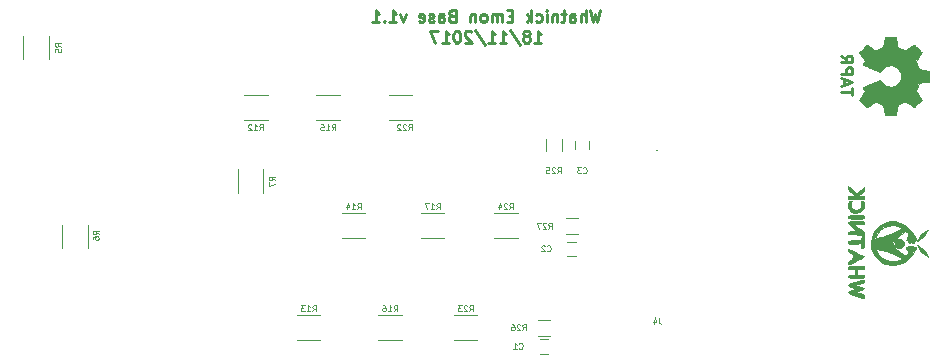
<source format=gbo>
G04 #@! TF.GenerationSoftware,KiCad,Pcbnew,(2017-09-19 revision dddaa7e69)-makepkg*
G04 #@! TF.CreationDate,2017-11-22T18:58:21+10:30*
G04 #@! TF.ProjectId,din_power_atm90e26,64696E5F706F7765725F61746D393065,rev?*
G04 #@! TF.SameCoordinates,Original*
G04 #@! TF.FileFunction,Legend,Bot*
G04 #@! TF.FilePolarity,Positive*
%FSLAX46Y46*%
G04 Gerber Fmt 4.6, Leading zero omitted, Abs format (unit mm)*
G04 Created by KiCad (PCBNEW (2017-09-19 revision dddaa7e69)-makepkg) date 11/22/17 18:58:21*
%MOMM*%
%LPD*%
G01*
G04 APERTURE LIST*
%ADD10C,0.250000*%
%ADD11C,0.010000*%
%ADD12C,0.120000*%
%ADD13C,0.127000*%
G04 APERTURE END LIST*
D10*
X184697619Y-56070285D02*
X184697619Y-55498857D01*
X183697619Y-55784571D02*
X184697619Y-55784571D01*
X183983333Y-55213142D02*
X183983333Y-54736952D01*
X183697619Y-55308380D02*
X184697619Y-54975047D01*
X183697619Y-54641714D01*
X183697619Y-54308380D02*
X184697619Y-54308380D01*
X184697619Y-53927428D01*
X184650000Y-53832190D01*
X184602380Y-53784571D01*
X184507142Y-53736952D01*
X184364285Y-53736952D01*
X184269047Y-53784571D01*
X184221428Y-53832190D01*
X184173809Y-53927428D01*
X184173809Y-54308380D01*
X183697619Y-52736952D02*
X184173809Y-53070285D01*
X183697619Y-53308380D02*
X184697619Y-53308380D01*
X184697619Y-52927428D01*
X184650000Y-52832190D01*
X184602380Y-52784571D01*
X184507142Y-52736952D01*
X184364285Y-52736952D01*
X184269047Y-52784571D01*
X184221428Y-52832190D01*
X184173809Y-52927428D01*
X184173809Y-53308380D01*
X163336666Y-48894780D02*
X163098571Y-49894780D01*
X162908095Y-49180495D01*
X162717619Y-49894780D01*
X162479523Y-48894780D01*
X162098571Y-49894780D02*
X162098571Y-48894780D01*
X161670000Y-49894780D02*
X161670000Y-49370971D01*
X161717619Y-49275733D01*
X161812857Y-49228114D01*
X161955714Y-49228114D01*
X162050952Y-49275733D01*
X162098571Y-49323352D01*
X160765238Y-49894780D02*
X160765238Y-49370971D01*
X160812857Y-49275733D01*
X160908095Y-49228114D01*
X161098571Y-49228114D01*
X161193809Y-49275733D01*
X160765238Y-49847161D02*
X160860476Y-49894780D01*
X161098571Y-49894780D01*
X161193809Y-49847161D01*
X161241428Y-49751923D01*
X161241428Y-49656685D01*
X161193809Y-49561447D01*
X161098571Y-49513828D01*
X160860476Y-49513828D01*
X160765238Y-49466209D01*
X160431904Y-49228114D02*
X160050952Y-49228114D01*
X160289047Y-48894780D02*
X160289047Y-49751923D01*
X160241428Y-49847161D01*
X160146190Y-49894780D01*
X160050952Y-49894780D01*
X159717619Y-49228114D02*
X159717619Y-49894780D01*
X159717619Y-49323352D02*
X159670000Y-49275733D01*
X159574761Y-49228114D01*
X159431904Y-49228114D01*
X159336666Y-49275733D01*
X159289047Y-49370971D01*
X159289047Y-49894780D01*
X158812857Y-49894780D02*
X158812857Y-49228114D01*
X158812857Y-48894780D02*
X158860476Y-48942400D01*
X158812857Y-48990019D01*
X158765238Y-48942400D01*
X158812857Y-48894780D01*
X158812857Y-48990019D01*
X157908095Y-49847161D02*
X158003333Y-49894780D01*
X158193809Y-49894780D01*
X158289047Y-49847161D01*
X158336666Y-49799542D01*
X158384285Y-49704304D01*
X158384285Y-49418590D01*
X158336666Y-49323352D01*
X158289047Y-49275733D01*
X158193809Y-49228114D01*
X158003333Y-49228114D01*
X157908095Y-49275733D01*
X157479523Y-49894780D02*
X157479523Y-48894780D01*
X157384285Y-49513828D02*
X157098571Y-49894780D01*
X157098571Y-49228114D02*
X157479523Y-49609066D01*
X155908095Y-49370971D02*
X155574761Y-49370971D01*
X155431904Y-49894780D02*
X155908095Y-49894780D01*
X155908095Y-48894780D01*
X155431904Y-48894780D01*
X155003333Y-49894780D02*
X155003333Y-49228114D01*
X155003333Y-49323352D02*
X154955714Y-49275733D01*
X154860476Y-49228114D01*
X154717619Y-49228114D01*
X154622380Y-49275733D01*
X154574761Y-49370971D01*
X154574761Y-49894780D01*
X154574761Y-49370971D02*
X154527142Y-49275733D01*
X154431904Y-49228114D01*
X154289047Y-49228114D01*
X154193809Y-49275733D01*
X154146190Y-49370971D01*
X154146190Y-49894780D01*
X153527142Y-49894780D02*
X153622380Y-49847161D01*
X153670000Y-49799542D01*
X153717619Y-49704304D01*
X153717619Y-49418590D01*
X153670000Y-49323352D01*
X153622380Y-49275733D01*
X153527142Y-49228114D01*
X153384285Y-49228114D01*
X153289047Y-49275733D01*
X153241428Y-49323352D01*
X153193809Y-49418590D01*
X153193809Y-49704304D01*
X153241428Y-49799542D01*
X153289047Y-49847161D01*
X153384285Y-49894780D01*
X153527142Y-49894780D01*
X152765238Y-49228114D02*
X152765238Y-49894780D01*
X152765238Y-49323352D02*
X152717619Y-49275733D01*
X152622380Y-49228114D01*
X152479523Y-49228114D01*
X152384285Y-49275733D01*
X152336666Y-49370971D01*
X152336666Y-49894780D01*
X150765238Y-49370971D02*
X150622380Y-49418590D01*
X150574761Y-49466209D01*
X150527142Y-49561447D01*
X150527142Y-49704304D01*
X150574761Y-49799542D01*
X150622380Y-49847161D01*
X150717619Y-49894780D01*
X151098571Y-49894780D01*
X151098571Y-48894780D01*
X150765238Y-48894780D01*
X150670000Y-48942400D01*
X150622380Y-48990019D01*
X150574761Y-49085257D01*
X150574761Y-49180495D01*
X150622380Y-49275733D01*
X150670000Y-49323352D01*
X150765238Y-49370971D01*
X151098571Y-49370971D01*
X149670000Y-49894780D02*
X149670000Y-49370971D01*
X149717619Y-49275733D01*
X149812857Y-49228114D01*
X150003333Y-49228114D01*
X150098571Y-49275733D01*
X149670000Y-49847161D02*
X149765238Y-49894780D01*
X150003333Y-49894780D01*
X150098571Y-49847161D01*
X150146190Y-49751923D01*
X150146190Y-49656685D01*
X150098571Y-49561447D01*
X150003333Y-49513828D01*
X149765238Y-49513828D01*
X149670000Y-49466209D01*
X149241428Y-49847161D02*
X149146190Y-49894780D01*
X148955714Y-49894780D01*
X148860476Y-49847161D01*
X148812857Y-49751923D01*
X148812857Y-49704304D01*
X148860476Y-49609066D01*
X148955714Y-49561447D01*
X149098571Y-49561447D01*
X149193809Y-49513828D01*
X149241428Y-49418590D01*
X149241428Y-49370971D01*
X149193809Y-49275733D01*
X149098571Y-49228114D01*
X148955714Y-49228114D01*
X148860476Y-49275733D01*
X148003333Y-49847161D02*
X148098571Y-49894780D01*
X148289047Y-49894780D01*
X148384285Y-49847161D01*
X148431904Y-49751923D01*
X148431904Y-49370971D01*
X148384285Y-49275733D01*
X148289047Y-49228114D01*
X148098571Y-49228114D01*
X148003333Y-49275733D01*
X147955714Y-49370971D01*
X147955714Y-49466209D01*
X148431904Y-49561447D01*
X146860476Y-49228114D02*
X146622380Y-49894780D01*
X146384285Y-49228114D01*
X145479523Y-49894780D02*
X146050952Y-49894780D01*
X145765238Y-49894780D02*
X145765238Y-48894780D01*
X145860476Y-49037638D01*
X145955714Y-49132876D01*
X146050952Y-49180495D01*
X145050952Y-49799542D02*
X145003333Y-49847161D01*
X145050952Y-49894780D01*
X145098571Y-49847161D01*
X145050952Y-49799542D01*
X145050952Y-49894780D01*
X144050952Y-49894780D02*
X144622380Y-49894780D01*
X144336666Y-49894780D02*
X144336666Y-48894780D01*
X144431904Y-49037638D01*
X144527142Y-49132876D01*
X144622380Y-49180495D01*
X157765238Y-51644780D02*
X158336666Y-51644780D01*
X158050952Y-51644780D02*
X158050952Y-50644780D01*
X158146190Y-50787638D01*
X158241428Y-50882876D01*
X158336666Y-50930495D01*
X157193809Y-51073352D02*
X157289047Y-51025733D01*
X157336666Y-50978114D01*
X157384285Y-50882876D01*
X157384285Y-50835257D01*
X157336666Y-50740019D01*
X157289047Y-50692400D01*
X157193809Y-50644780D01*
X157003333Y-50644780D01*
X156908095Y-50692400D01*
X156860476Y-50740019D01*
X156812857Y-50835257D01*
X156812857Y-50882876D01*
X156860476Y-50978114D01*
X156908095Y-51025733D01*
X157003333Y-51073352D01*
X157193809Y-51073352D01*
X157289047Y-51120971D01*
X157336666Y-51168590D01*
X157384285Y-51263828D01*
X157384285Y-51454304D01*
X157336666Y-51549542D01*
X157289047Y-51597161D01*
X157193809Y-51644780D01*
X157003333Y-51644780D01*
X156908095Y-51597161D01*
X156860476Y-51549542D01*
X156812857Y-51454304D01*
X156812857Y-51263828D01*
X156860476Y-51168590D01*
X156908095Y-51120971D01*
X157003333Y-51073352D01*
X155670000Y-50597161D02*
X156527142Y-51882876D01*
X154812857Y-51644780D02*
X155384285Y-51644780D01*
X155098571Y-51644780D02*
X155098571Y-50644780D01*
X155193809Y-50787638D01*
X155289047Y-50882876D01*
X155384285Y-50930495D01*
X153860476Y-51644780D02*
X154431904Y-51644780D01*
X154146190Y-51644780D02*
X154146190Y-50644780D01*
X154241428Y-50787638D01*
X154336666Y-50882876D01*
X154431904Y-50930495D01*
X152717619Y-50597161D02*
X153574761Y-51882876D01*
X152431904Y-50740019D02*
X152384285Y-50692400D01*
X152289047Y-50644780D01*
X152050952Y-50644780D01*
X151955714Y-50692400D01*
X151908095Y-50740019D01*
X151860476Y-50835257D01*
X151860476Y-50930495D01*
X151908095Y-51073352D01*
X152479523Y-51644780D01*
X151860476Y-51644780D01*
X151241428Y-50644780D02*
X151146190Y-50644780D01*
X151050952Y-50692400D01*
X151003333Y-50740019D01*
X150955714Y-50835257D01*
X150908095Y-51025733D01*
X150908095Y-51263828D01*
X150955714Y-51454304D01*
X151003333Y-51549542D01*
X151050952Y-51597161D01*
X151146190Y-51644780D01*
X151241428Y-51644780D01*
X151336666Y-51597161D01*
X151384285Y-51549542D01*
X151431904Y-51454304D01*
X151479523Y-51263828D01*
X151479523Y-51025733D01*
X151431904Y-50835257D01*
X151384285Y-50740019D01*
X151336666Y-50692400D01*
X151241428Y-50644780D01*
X149955714Y-51644780D02*
X150527142Y-51644780D01*
X150241428Y-51644780D02*
X150241428Y-50644780D01*
X150336666Y-50787638D01*
X150431904Y-50882876D01*
X150527142Y-50930495D01*
X149622380Y-50644780D02*
X148955714Y-50644780D01*
X149384285Y-51644780D01*
D11*
G36*
X190745069Y-53927186D02*
X190300445Y-53843365D01*
X190172947Y-53534080D01*
X190045449Y-53224794D01*
X190297754Y-52853754D01*
X190368004Y-52749843D01*
X190430728Y-52655913D01*
X190483062Y-52576348D01*
X190522143Y-52515530D01*
X190545107Y-52477843D01*
X190550058Y-52467579D01*
X190537324Y-52449090D01*
X190502118Y-52409580D01*
X190448938Y-52353478D01*
X190382282Y-52285213D01*
X190306646Y-52209214D01*
X190226528Y-52129908D01*
X190146426Y-52051725D01*
X190070836Y-51979093D01*
X190004255Y-51916441D01*
X189951182Y-51868197D01*
X189916113Y-51838790D01*
X189904377Y-51831759D01*
X189882740Y-51841877D01*
X189835338Y-51870241D01*
X189766807Y-51913871D01*
X189681785Y-51969782D01*
X189584907Y-52034994D01*
X189529650Y-52072781D01*
X189428752Y-52141657D01*
X189337701Y-52202860D01*
X189261030Y-52253422D01*
X189203272Y-52290372D01*
X189168957Y-52310742D01*
X189161746Y-52313803D01*
X189141252Y-52306864D01*
X189093487Y-52287949D01*
X189025168Y-52259913D01*
X188943011Y-52225609D01*
X188853730Y-52187891D01*
X188764042Y-52149613D01*
X188680662Y-52113630D01*
X188610306Y-52082794D01*
X188559690Y-52059961D01*
X188535529Y-52047983D01*
X188534578Y-52047276D01*
X188529964Y-52028469D01*
X188519672Y-51978382D01*
X188504713Y-51902207D01*
X188486099Y-51805135D01*
X188464841Y-51692357D01*
X188452582Y-51626558D01*
X188429638Y-51506050D01*
X188407805Y-51397203D01*
X188388278Y-51305524D01*
X188372252Y-51236519D01*
X188360921Y-51195696D01*
X188357326Y-51187489D01*
X188332994Y-51179452D01*
X188278041Y-51172967D01*
X188198892Y-51168030D01*
X188101974Y-51164636D01*
X187993713Y-51162782D01*
X187880535Y-51162462D01*
X187768865Y-51163673D01*
X187665132Y-51166410D01*
X187575759Y-51170669D01*
X187507174Y-51176445D01*
X187465803Y-51183733D01*
X187457190Y-51188105D01*
X187446867Y-51214236D01*
X187432108Y-51269607D01*
X187414648Y-51346893D01*
X187396220Y-51438770D01*
X187390259Y-51470842D01*
X187361934Y-51625476D01*
X187339124Y-51747625D01*
X187320920Y-51841327D01*
X187306417Y-51910616D01*
X187294708Y-51959529D01*
X187284885Y-51992103D01*
X187276044Y-52012372D01*
X187267276Y-52024374D01*
X187265543Y-52026053D01*
X187237629Y-52042816D01*
X187183305Y-52068386D01*
X187109223Y-52100212D01*
X187022035Y-52135740D01*
X186928392Y-52172417D01*
X186834948Y-52207689D01*
X186748353Y-52239004D01*
X186675260Y-52263807D01*
X186622322Y-52279546D01*
X186596189Y-52283668D01*
X186595274Y-52283324D01*
X186573914Y-52269359D01*
X186526916Y-52237678D01*
X186459173Y-52191609D01*
X186375577Y-52134482D01*
X186281018Y-52069627D01*
X186254146Y-52051157D01*
X186156725Y-51985301D01*
X186067837Y-51927350D01*
X185992588Y-51880462D01*
X185936080Y-51847793D01*
X185903419Y-51832500D01*
X185899407Y-51831759D01*
X185878316Y-51844608D01*
X185836536Y-51880112D01*
X185778555Y-51933707D01*
X185708865Y-52000829D01*
X185631955Y-52076913D01*
X185552317Y-52157396D01*
X185474439Y-52237713D01*
X185402814Y-52313301D01*
X185341930Y-52379595D01*
X185296279Y-52432031D01*
X185270350Y-52466045D01*
X185266117Y-52475455D01*
X185276088Y-52497357D01*
X185302980Y-52542200D01*
X185342264Y-52602679D01*
X185373883Y-52649211D01*
X185431902Y-52733525D01*
X185500216Y-52833374D01*
X185568421Y-52933527D01*
X185604925Y-52987373D01*
X185728200Y-53169629D01*
X185645480Y-53322619D01*
X185609241Y-53392318D01*
X185581074Y-53451586D01*
X185565009Y-53491689D01*
X185562774Y-53501897D01*
X185579278Y-53514171D01*
X185625918Y-53538387D01*
X185698391Y-53572737D01*
X185792394Y-53615412D01*
X185903626Y-53664606D01*
X186027785Y-53718510D01*
X186160568Y-53775316D01*
X186297673Y-53833218D01*
X186434798Y-53890407D01*
X186567642Y-53945076D01*
X186691902Y-53995416D01*
X186803275Y-54039620D01*
X186897461Y-54075881D01*
X186970156Y-54102391D01*
X187017059Y-54117342D01*
X187033167Y-54119746D01*
X187053714Y-54100689D01*
X187087067Y-54058964D01*
X187126298Y-54003294D01*
X187129401Y-53998622D01*
X187244577Y-53854736D01*
X187378947Y-53738717D01*
X187528216Y-53651570D01*
X187688087Y-53594301D01*
X187854263Y-53567914D01*
X188022448Y-53573415D01*
X188188345Y-53611810D01*
X188347658Y-53684105D01*
X188382513Y-53705374D01*
X188523263Y-53816004D01*
X188636286Y-53946698D01*
X188720997Y-54092936D01*
X188776806Y-54250192D01*
X188803126Y-54413943D01*
X188799370Y-54579667D01*
X188764950Y-54742838D01*
X188699277Y-54898935D01*
X188601765Y-55043433D01*
X188562187Y-55088131D01*
X188438297Y-55201888D01*
X188307876Y-55284782D01*
X188161685Y-55341644D01*
X188016912Y-55373313D01*
X187854140Y-55381131D01*
X187690560Y-55355062D01*
X187531702Y-55297755D01*
X187383094Y-55211856D01*
X187250265Y-55100014D01*
X187138744Y-54964877D01*
X187126989Y-54947117D01*
X187088492Y-54890850D01*
X187055137Y-54848077D01*
X187033840Y-54827628D01*
X187033167Y-54827331D01*
X187010129Y-54831721D01*
X186957843Y-54849124D01*
X186880610Y-54877732D01*
X186782732Y-54915735D01*
X186668509Y-54961326D01*
X186542242Y-55012697D01*
X186408233Y-55068038D01*
X186270782Y-55125542D01*
X186134192Y-55183399D01*
X186002763Y-55239802D01*
X185880795Y-55292942D01*
X185772591Y-55341010D01*
X185682451Y-55382199D01*
X185614677Y-55414699D01*
X185573570Y-55436703D01*
X185562774Y-55445564D01*
X185571181Y-55472640D01*
X185593728Y-55523303D01*
X185626387Y-55588817D01*
X185645480Y-55624841D01*
X185728200Y-55777832D01*
X185604925Y-55960088D01*
X185541772Y-56053125D01*
X185472273Y-56154985D01*
X185406835Y-56250438D01*
X185373883Y-56298250D01*
X185328727Y-56365495D01*
X185292943Y-56422436D01*
X185271062Y-56461646D01*
X185266437Y-56474381D01*
X185278915Y-56492917D01*
X185313748Y-56533941D01*
X185367322Y-56593475D01*
X185436017Y-56667542D01*
X185516219Y-56752165D01*
X185567714Y-56805685D01*
X185659714Y-56899319D01*
X185742001Y-56980241D01*
X185811055Y-57045177D01*
X185863356Y-57090858D01*
X185895384Y-57114011D01*
X185901884Y-57116232D01*
X185926606Y-57105924D01*
X185976595Y-57077439D01*
X186046788Y-57033937D01*
X186132125Y-56978577D01*
X186227544Y-56914520D01*
X186254146Y-56896303D01*
X186350833Y-56829927D01*
X186437883Y-56770378D01*
X186510405Y-56720984D01*
X186563507Y-56685075D01*
X186592297Y-56665981D01*
X186595274Y-56664136D01*
X186618218Y-56666895D01*
X186668664Y-56681538D01*
X186739959Y-56705513D01*
X186825453Y-56736266D01*
X186918493Y-56771244D01*
X187012426Y-56807893D01*
X187100601Y-56843661D01*
X187176366Y-56875994D01*
X187233069Y-56902338D01*
X187264057Y-56920142D01*
X187265543Y-56921407D01*
X187274399Y-56932294D01*
X187283157Y-56950682D01*
X187292723Y-56980606D01*
X187304004Y-57026103D01*
X187317907Y-57091209D01*
X187335337Y-57179961D01*
X187357202Y-57296393D01*
X187384409Y-57444542D01*
X187390259Y-57476618D01*
X187408626Y-57571686D01*
X187426595Y-57654565D01*
X187442431Y-57717930D01*
X187454400Y-57754458D01*
X187457190Y-57759356D01*
X187481928Y-57767427D01*
X187537210Y-57773987D01*
X187616611Y-57779033D01*
X187713704Y-57782559D01*
X187822062Y-57784561D01*
X187935260Y-57785036D01*
X188046872Y-57783977D01*
X188150471Y-57781382D01*
X188239632Y-57777246D01*
X188307928Y-57771563D01*
X188348934Y-57764331D01*
X188357326Y-57759971D01*
X188365792Y-57735698D01*
X188379565Y-57680426D01*
X188397450Y-57599662D01*
X188418252Y-57498912D01*
X188440777Y-57383683D01*
X188452582Y-57320902D01*
X188474849Y-57201787D01*
X188495021Y-57095565D01*
X188512085Y-57007427D01*
X188525031Y-56942566D01*
X188532845Y-56906174D01*
X188534578Y-56900184D01*
X188554110Y-56890061D01*
X188601157Y-56868662D01*
X188668997Y-56838839D01*
X188750909Y-56803445D01*
X188840172Y-56765332D01*
X188930065Y-56727353D01*
X189013865Y-56692360D01*
X189084853Y-56663206D01*
X189136306Y-56642743D01*
X189161503Y-56633823D01*
X189162604Y-56633657D01*
X189182481Y-56643769D01*
X189228223Y-56672117D01*
X189295283Y-56715723D01*
X189379116Y-56771606D01*
X189475174Y-56836787D01*
X189530350Y-56874679D01*
X189631519Y-56943725D01*
X189723370Y-57005050D01*
X189801256Y-57055663D01*
X189860531Y-57092571D01*
X189896549Y-57112782D01*
X189904623Y-57115701D01*
X189923416Y-57103153D01*
X189963543Y-57068463D01*
X190020507Y-57016063D01*
X190089815Y-56950384D01*
X190166969Y-56875856D01*
X190247475Y-56796913D01*
X190326837Y-56717983D01*
X190400560Y-56643500D01*
X190464148Y-56577894D01*
X190513106Y-56525596D01*
X190542939Y-56491039D01*
X190550058Y-56479478D01*
X190540047Y-56460654D01*
X190511922Y-56415631D01*
X190468546Y-56348787D01*
X190412782Y-56264499D01*
X190347494Y-56167144D01*
X190297754Y-56093707D01*
X190045449Y-55722667D01*
X190300445Y-55104095D01*
X190745069Y-55020275D01*
X191189693Y-54936454D01*
X191189693Y-54011006D01*
X190745069Y-53927186D01*
X190745069Y-53927186D01*
G37*
X190745069Y-53927186D02*
X190300445Y-53843365D01*
X190172947Y-53534080D01*
X190045449Y-53224794D01*
X190297754Y-52853754D01*
X190368004Y-52749843D01*
X190430728Y-52655913D01*
X190483062Y-52576348D01*
X190522143Y-52515530D01*
X190545107Y-52477843D01*
X190550058Y-52467579D01*
X190537324Y-52449090D01*
X190502118Y-52409580D01*
X190448938Y-52353478D01*
X190382282Y-52285213D01*
X190306646Y-52209214D01*
X190226528Y-52129908D01*
X190146426Y-52051725D01*
X190070836Y-51979093D01*
X190004255Y-51916441D01*
X189951182Y-51868197D01*
X189916113Y-51838790D01*
X189904377Y-51831759D01*
X189882740Y-51841877D01*
X189835338Y-51870241D01*
X189766807Y-51913871D01*
X189681785Y-51969782D01*
X189584907Y-52034994D01*
X189529650Y-52072781D01*
X189428752Y-52141657D01*
X189337701Y-52202860D01*
X189261030Y-52253422D01*
X189203272Y-52290372D01*
X189168957Y-52310742D01*
X189161746Y-52313803D01*
X189141252Y-52306864D01*
X189093487Y-52287949D01*
X189025168Y-52259913D01*
X188943011Y-52225609D01*
X188853730Y-52187891D01*
X188764042Y-52149613D01*
X188680662Y-52113630D01*
X188610306Y-52082794D01*
X188559690Y-52059961D01*
X188535529Y-52047983D01*
X188534578Y-52047276D01*
X188529964Y-52028469D01*
X188519672Y-51978382D01*
X188504713Y-51902207D01*
X188486099Y-51805135D01*
X188464841Y-51692357D01*
X188452582Y-51626558D01*
X188429638Y-51506050D01*
X188407805Y-51397203D01*
X188388278Y-51305524D01*
X188372252Y-51236519D01*
X188360921Y-51195696D01*
X188357326Y-51187489D01*
X188332994Y-51179452D01*
X188278041Y-51172967D01*
X188198892Y-51168030D01*
X188101974Y-51164636D01*
X187993713Y-51162782D01*
X187880535Y-51162462D01*
X187768865Y-51163673D01*
X187665132Y-51166410D01*
X187575759Y-51170669D01*
X187507174Y-51176445D01*
X187465803Y-51183733D01*
X187457190Y-51188105D01*
X187446867Y-51214236D01*
X187432108Y-51269607D01*
X187414648Y-51346893D01*
X187396220Y-51438770D01*
X187390259Y-51470842D01*
X187361934Y-51625476D01*
X187339124Y-51747625D01*
X187320920Y-51841327D01*
X187306417Y-51910616D01*
X187294708Y-51959529D01*
X187284885Y-51992103D01*
X187276044Y-52012372D01*
X187267276Y-52024374D01*
X187265543Y-52026053D01*
X187237629Y-52042816D01*
X187183305Y-52068386D01*
X187109223Y-52100212D01*
X187022035Y-52135740D01*
X186928392Y-52172417D01*
X186834948Y-52207689D01*
X186748353Y-52239004D01*
X186675260Y-52263807D01*
X186622322Y-52279546D01*
X186596189Y-52283668D01*
X186595274Y-52283324D01*
X186573914Y-52269359D01*
X186526916Y-52237678D01*
X186459173Y-52191609D01*
X186375577Y-52134482D01*
X186281018Y-52069627D01*
X186254146Y-52051157D01*
X186156725Y-51985301D01*
X186067837Y-51927350D01*
X185992588Y-51880462D01*
X185936080Y-51847793D01*
X185903419Y-51832500D01*
X185899407Y-51831759D01*
X185878316Y-51844608D01*
X185836536Y-51880112D01*
X185778555Y-51933707D01*
X185708865Y-52000829D01*
X185631955Y-52076913D01*
X185552317Y-52157396D01*
X185474439Y-52237713D01*
X185402814Y-52313301D01*
X185341930Y-52379595D01*
X185296279Y-52432031D01*
X185270350Y-52466045D01*
X185266117Y-52475455D01*
X185276088Y-52497357D01*
X185302980Y-52542200D01*
X185342264Y-52602679D01*
X185373883Y-52649211D01*
X185431902Y-52733525D01*
X185500216Y-52833374D01*
X185568421Y-52933527D01*
X185604925Y-52987373D01*
X185728200Y-53169629D01*
X185645480Y-53322619D01*
X185609241Y-53392318D01*
X185581074Y-53451586D01*
X185565009Y-53491689D01*
X185562774Y-53501897D01*
X185579278Y-53514171D01*
X185625918Y-53538387D01*
X185698391Y-53572737D01*
X185792394Y-53615412D01*
X185903626Y-53664606D01*
X186027785Y-53718510D01*
X186160568Y-53775316D01*
X186297673Y-53833218D01*
X186434798Y-53890407D01*
X186567642Y-53945076D01*
X186691902Y-53995416D01*
X186803275Y-54039620D01*
X186897461Y-54075881D01*
X186970156Y-54102391D01*
X187017059Y-54117342D01*
X187033167Y-54119746D01*
X187053714Y-54100689D01*
X187087067Y-54058964D01*
X187126298Y-54003294D01*
X187129401Y-53998622D01*
X187244577Y-53854736D01*
X187378947Y-53738717D01*
X187528216Y-53651570D01*
X187688087Y-53594301D01*
X187854263Y-53567914D01*
X188022448Y-53573415D01*
X188188345Y-53611810D01*
X188347658Y-53684105D01*
X188382513Y-53705374D01*
X188523263Y-53816004D01*
X188636286Y-53946698D01*
X188720997Y-54092936D01*
X188776806Y-54250192D01*
X188803126Y-54413943D01*
X188799370Y-54579667D01*
X188764950Y-54742838D01*
X188699277Y-54898935D01*
X188601765Y-55043433D01*
X188562187Y-55088131D01*
X188438297Y-55201888D01*
X188307876Y-55284782D01*
X188161685Y-55341644D01*
X188016912Y-55373313D01*
X187854140Y-55381131D01*
X187690560Y-55355062D01*
X187531702Y-55297755D01*
X187383094Y-55211856D01*
X187250265Y-55100014D01*
X187138744Y-54964877D01*
X187126989Y-54947117D01*
X187088492Y-54890850D01*
X187055137Y-54848077D01*
X187033840Y-54827628D01*
X187033167Y-54827331D01*
X187010129Y-54831721D01*
X186957843Y-54849124D01*
X186880610Y-54877732D01*
X186782732Y-54915735D01*
X186668509Y-54961326D01*
X186542242Y-55012697D01*
X186408233Y-55068038D01*
X186270782Y-55125542D01*
X186134192Y-55183399D01*
X186002763Y-55239802D01*
X185880795Y-55292942D01*
X185772591Y-55341010D01*
X185682451Y-55382199D01*
X185614677Y-55414699D01*
X185573570Y-55436703D01*
X185562774Y-55445564D01*
X185571181Y-55472640D01*
X185593728Y-55523303D01*
X185626387Y-55588817D01*
X185645480Y-55624841D01*
X185728200Y-55777832D01*
X185604925Y-55960088D01*
X185541772Y-56053125D01*
X185472273Y-56154985D01*
X185406835Y-56250438D01*
X185373883Y-56298250D01*
X185328727Y-56365495D01*
X185292943Y-56422436D01*
X185271062Y-56461646D01*
X185266437Y-56474381D01*
X185278915Y-56492917D01*
X185313748Y-56533941D01*
X185367322Y-56593475D01*
X185436017Y-56667542D01*
X185516219Y-56752165D01*
X185567714Y-56805685D01*
X185659714Y-56899319D01*
X185742001Y-56980241D01*
X185811055Y-57045177D01*
X185863356Y-57090858D01*
X185895384Y-57114011D01*
X185901884Y-57116232D01*
X185926606Y-57105924D01*
X185976595Y-57077439D01*
X186046788Y-57033937D01*
X186132125Y-56978577D01*
X186227544Y-56914520D01*
X186254146Y-56896303D01*
X186350833Y-56829927D01*
X186437883Y-56770378D01*
X186510405Y-56720984D01*
X186563507Y-56685075D01*
X186592297Y-56665981D01*
X186595274Y-56664136D01*
X186618218Y-56666895D01*
X186668664Y-56681538D01*
X186739959Y-56705513D01*
X186825453Y-56736266D01*
X186918493Y-56771244D01*
X187012426Y-56807893D01*
X187100601Y-56843661D01*
X187176366Y-56875994D01*
X187233069Y-56902338D01*
X187264057Y-56920142D01*
X187265543Y-56921407D01*
X187274399Y-56932294D01*
X187283157Y-56950682D01*
X187292723Y-56980606D01*
X187304004Y-57026103D01*
X187317907Y-57091209D01*
X187335337Y-57179961D01*
X187357202Y-57296393D01*
X187384409Y-57444542D01*
X187390259Y-57476618D01*
X187408626Y-57571686D01*
X187426595Y-57654565D01*
X187442431Y-57717930D01*
X187454400Y-57754458D01*
X187457190Y-57759356D01*
X187481928Y-57767427D01*
X187537210Y-57773987D01*
X187616611Y-57779033D01*
X187713704Y-57782559D01*
X187822062Y-57784561D01*
X187935260Y-57785036D01*
X188046872Y-57783977D01*
X188150471Y-57781382D01*
X188239632Y-57777246D01*
X188307928Y-57771563D01*
X188348934Y-57764331D01*
X188357326Y-57759971D01*
X188365792Y-57735698D01*
X188379565Y-57680426D01*
X188397450Y-57599662D01*
X188418252Y-57498912D01*
X188440777Y-57383683D01*
X188452582Y-57320902D01*
X188474849Y-57201787D01*
X188495021Y-57095565D01*
X188512085Y-57007427D01*
X188525031Y-56942566D01*
X188532845Y-56906174D01*
X188534578Y-56900184D01*
X188554110Y-56890061D01*
X188601157Y-56868662D01*
X188668997Y-56838839D01*
X188750909Y-56803445D01*
X188840172Y-56765332D01*
X188930065Y-56727353D01*
X189013865Y-56692360D01*
X189084853Y-56663206D01*
X189136306Y-56642743D01*
X189161503Y-56633823D01*
X189162604Y-56633657D01*
X189182481Y-56643769D01*
X189228223Y-56672117D01*
X189295283Y-56715723D01*
X189379116Y-56771606D01*
X189475174Y-56836787D01*
X189530350Y-56874679D01*
X189631519Y-56943725D01*
X189723370Y-57005050D01*
X189801256Y-57055663D01*
X189860531Y-57092571D01*
X189896549Y-57112782D01*
X189904623Y-57115701D01*
X189923416Y-57103153D01*
X189963543Y-57068463D01*
X190020507Y-57016063D01*
X190089815Y-56950384D01*
X190166969Y-56875856D01*
X190247475Y-56796913D01*
X190326837Y-56717983D01*
X190400560Y-56643500D01*
X190464148Y-56577894D01*
X190513106Y-56525596D01*
X190542939Y-56491039D01*
X190550058Y-56479478D01*
X190540047Y-56460654D01*
X190511922Y-56415631D01*
X190468546Y-56348787D01*
X190412782Y-56264499D01*
X190347494Y-56167144D01*
X190297754Y-56093707D01*
X190045449Y-55722667D01*
X190300445Y-55104095D01*
X190745069Y-55020275D01*
X191189693Y-54936454D01*
X191189693Y-54011006D01*
X190745069Y-53927186D01*
D12*
X141288000Y-56077400D02*
X139288000Y-56077400D01*
X139288000Y-58217400D02*
X141288000Y-58217400D01*
X156338000Y-66027400D02*
X154338000Y-66027400D01*
X154338000Y-68167400D02*
X156338000Y-68167400D01*
X150938000Y-76847400D02*
X152938000Y-76847400D01*
X152938000Y-74707400D02*
X150938000Y-74707400D01*
X145418000Y-58217400D02*
X147418000Y-58217400D01*
X147418000Y-56077400D02*
X145418000Y-56077400D01*
X148148000Y-68177400D02*
X150148000Y-68177400D01*
X150148000Y-66037400D02*
X148148000Y-66037400D01*
X146528000Y-74707400D02*
X144528000Y-74707400D01*
X144528000Y-76847400D02*
X146528000Y-76847400D01*
X137648000Y-76847400D02*
X139648000Y-76847400D01*
X139648000Y-74707400D02*
X137648000Y-74707400D01*
X143448000Y-66037400D02*
X141448000Y-66037400D01*
X141448000Y-68177400D02*
X143448000Y-68177400D01*
D11*
G36*
X185655014Y-71719967D02*
X185573780Y-71707412D01*
X185531125Y-71718411D01*
X185404646Y-71753829D01*
X185194727Y-71811098D01*
X184940688Y-71879515D01*
X184864375Y-71899914D01*
X184562931Y-71992672D01*
X184386561Y-72078898D01*
X184333755Y-72162272D01*
X184402999Y-72246477D01*
X184592780Y-72335194D01*
X184673875Y-72363532D01*
X185007250Y-72474270D01*
X184689750Y-72580455D01*
X184460383Y-72676008D01*
X184357929Y-72767310D01*
X184382410Y-72855109D01*
X184533846Y-72940155D01*
X184701540Y-72994639D01*
X184962829Y-73069523D01*
X185225901Y-73148487D01*
X185351937Y-73188100D01*
X185522383Y-73241910D01*
X185633369Y-73274518D01*
X185653562Y-73279000D01*
X185668876Y-73224426D01*
X185674000Y-73118258D01*
X185665306Y-73019541D01*
X185621360Y-72956950D01*
X185515371Y-72915896D01*
X185320546Y-72881792D01*
X185212396Y-72866916D01*
X185044465Y-72833461D01*
X184950940Y-72792961D01*
X184943695Y-72771090D01*
X185019034Y-72724699D01*
X185178598Y-72661852D01*
X185334389Y-72612180D01*
X185514069Y-72550187D01*
X185621168Y-72493690D01*
X185634841Y-72460487D01*
X185548178Y-72416589D01*
X185379544Y-72350979D01*
X185202299Y-72290097D01*
X184825848Y-72167750D01*
X185249924Y-72074280D01*
X185476034Y-72019798D01*
X185604043Y-71971181D01*
X185661011Y-71912760D01*
X185674000Y-71828868D01*
X185674000Y-71828749D01*
X185655014Y-71719967D01*
X185655014Y-71719967D01*
G37*
X185655014Y-71719967D02*
X185573780Y-71707412D01*
X185531125Y-71718411D01*
X185404646Y-71753829D01*
X185194727Y-71811098D01*
X184940688Y-71879515D01*
X184864375Y-71899914D01*
X184562931Y-71992672D01*
X184386561Y-72078898D01*
X184333755Y-72162272D01*
X184402999Y-72246477D01*
X184592780Y-72335194D01*
X184673875Y-72363532D01*
X185007250Y-72474270D01*
X184689750Y-72580455D01*
X184460383Y-72676008D01*
X184357929Y-72767310D01*
X184382410Y-72855109D01*
X184533846Y-72940155D01*
X184701540Y-72994639D01*
X184962829Y-73069523D01*
X185225901Y-73148487D01*
X185351937Y-73188100D01*
X185522383Y-73241910D01*
X185633369Y-73274518D01*
X185653562Y-73279000D01*
X185668876Y-73224426D01*
X185674000Y-73118258D01*
X185665306Y-73019541D01*
X185621360Y-72956950D01*
X185515371Y-72915896D01*
X185320546Y-72881792D01*
X185212396Y-72866916D01*
X185044465Y-72833461D01*
X184950940Y-72792961D01*
X184943695Y-72771090D01*
X185019034Y-72724699D01*
X185178598Y-72661852D01*
X185334389Y-72612180D01*
X185514069Y-72550187D01*
X185621168Y-72493690D01*
X185634841Y-72460487D01*
X185548178Y-72416589D01*
X185379544Y-72350979D01*
X185202299Y-72290097D01*
X184825848Y-72167750D01*
X185249924Y-72074280D01*
X185476034Y-72019798D01*
X185604043Y-71971181D01*
X185661011Y-71912760D01*
X185674000Y-71828868D01*
X185674000Y-71828749D01*
X185655014Y-71719967D01*
G36*
X185669542Y-70632282D02*
X185641083Y-70588744D01*
X185566000Y-70563715D01*
X185421669Y-70552071D01*
X185185466Y-70548692D01*
X185007250Y-70548500D01*
X184710567Y-70549510D01*
X184518259Y-70555953D01*
X184407702Y-70572951D01*
X184356273Y-70605627D01*
X184341347Y-70659103D01*
X184340500Y-70699450D01*
X184350701Y-70790942D01*
X184403784Y-70829081D01*
X184533476Y-70827881D01*
X184626250Y-70818192D01*
X184912000Y-70785984D01*
X184912000Y-71327017D01*
X184626250Y-71294809D01*
X184450879Y-71280430D01*
X184367355Y-71299058D01*
X184341954Y-71364705D01*
X184340500Y-71413551D01*
X184344959Y-71480719D01*
X184373418Y-71524257D01*
X184448501Y-71549286D01*
X184592832Y-71560930D01*
X184829035Y-71564309D01*
X185007250Y-71564500D01*
X185303934Y-71563491D01*
X185496242Y-71557048D01*
X185606799Y-71540050D01*
X185658228Y-71507374D01*
X185673154Y-71453898D01*
X185674000Y-71413551D01*
X185663800Y-71322059D01*
X185610717Y-71283920D01*
X185481025Y-71285120D01*
X185388250Y-71294809D01*
X185102500Y-71327017D01*
X185102500Y-70785984D01*
X185388250Y-70818192D01*
X185563622Y-70832571D01*
X185647146Y-70813943D01*
X185672547Y-70748296D01*
X185674000Y-70699450D01*
X185669542Y-70632282D01*
X185669542Y-70632282D01*
G37*
X185669542Y-70632282D02*
X185641083Y-70588744D01*
X185566000Y-70563715D01*
X185421669Y-70552071D01*
X185185466Y-70548692D01*
X185007250Y-70548500D01*
X184710567Y-70549510D01*
X184518259Y-70555953D01*
X184407702Y-70572951D01*
X184356273Y-70605627D01*
X184341347Y-70659103D01*
X184340500Y-70699450D01*
X184350701Y-70790942D01*
X184403784Y-70829081D01*
X184533476Y-70827881D01*
X184626250Y-70818192D01*
X184912000Y-70785984D01*
X184912000Y-71327017D01*
X184626250Y-71294809D01*
X184450879Y-71280430D01*
X184367355Y-71299058D01*
X184341954Y-71364705D01*
X184340500Y-71413551D01*
X184344959Y-71480719D01*
X184373418Y-71524257D01*
X184448501Y-71549286D01*
X184592832Y-71560930D01*
X184829035Y-71564309D01*
X185007250Y-71564500D01*
X185303934Y-71563491D01*
X185496242Y-71557048D01*
X185606799Y-71540050D01*
X185658228Y-71507374D01*
X185673154Y-71453898D01*
X185674000Y-71413551D01*
X185663800Y-71322059D01*
X185610717Y-71283920D01*
X185481025Y-71285120D01*
X185388250Y-71294809D01*
X185102500Y-71327017D01*
X185102500Y-70785984D01*
X185388250Y-70818192D01*
X185563622Y-70832571D01*
X185647146Y-70813943D01*
X185672547Y-70748296D01*
X185674000Y-70699450D01*
X185669542Y-70632282D01*
G36*
X185581869Y-69701452D02*
X185422860Y-69619022D01*
X185198808Y-69507622D01*
X184977308Y-69400307D01*
X184340500Y-69095165D01*
X184340500Y-69274145D01*
X184362993Y-69406971D01*
X184456050Y-69472367D01*
X184534882Y-69492002D01*
X184661978Y-69529458D01*
X184711357Y-69601008D01*
X184710873Y-69750564D01*
X184709507Y-69767306D01*
X184678772Y-69933572D01*
X184605709Y-70015150D01*
X184531000Y-70040504D01*
X184400725Y-70113056D01*
X184351490Y-70256307D01*
X184352275Y-70375182D01*
X184383240Y-70409212D01*
X184458892Y-70372393D01*
X184623134Y-70292901D01*
X184850159Y-70183214D01*
X185031251Y-70095815D01*
X185031251Y-69845854D01*
X184978265Y-69794931D01*
X184975500Y-69760695D01*
X185022041Y-69698527D01*
X185107868Y-69706005D01*
X185192947Y-69743634D01*
X185160487Y-69791111D01*
X185155493Y-69794338D01*
X185031251Y-69845854D01*
X185031251Y-70095815D01*
X185061758Y-70081091D01*
X185310129Y-69956648D01*
X185504931Y-69850130D01*
X185624563Y-69773958D01*
X185650940Y-69742273D01*
X185581869Y-69701452D01*
X185581869Y-69701452D01*
G37*
X185581869Y-69701452D02*
X185422860Y-69619022D01*
X185198808Y-69507622D01*
X184977308Y-69400307D01*
X184340500Y-69095165D01*
X184340500Y-69274145D01*
X184362993Y-69406971D01*
X184456050Y-69472367D01*
X184534882Y-69492002D01*
X184661978Y-69529458D01*
X184711357Y-69601008D01*
X184710873Y-69750564D01*
X184709507Y-69767306D01*
X184678772Y-69933572D01*
X184605709Y-70015150D01*
X184531000Y-70040504D01*
X184400725Y-70113056D01*
X184351490Y-70256307D01*
X184352275Y-70375182D01*
X184383240Y-70409212D01*
X184458892Y-70372393D01*
X184623134Y-70292901D01*
X184850159Y-70183214D01*
X185031251Y-70095815D01*
X185031251Y-69845854D01*
X184978265Y-69794931D01*
X184975500Y-69760695D01*
X185022041Y-69698527D01*
X185107868Y-69706005D01*
X185192947Y-69743634D01*
X185160487Y-69791111D01*
X185155493Y-69794338D01*
X185031251Y-69845854D01*
X185031251Y-70095815D01*
X185061758Y-70081091D01*
X185310129Y-69956648D01*
X185504931Y-69850130D01*
X185624563Y-69773958D01*
X185650940Y-69742273D01*
X185581869Y-69701452D01*
G36*
X185229500Y-67377929D02*
X185030165Y-67225785D01*
X184877079Y-67101482D01*
X184793644Y-67024356D01*
X184785000Y-67010738D01*
X184842858Y-66997560D01*
X184995174Y-66997246D01*
X185210067Y-67009752D01*
X185229500Y-67011346D01*
X185461438Y-67028485D01*
X185594416Y-67026989D01*
X185655872Y-67000567D01*
X185673247Y-66942926D01*
X185674000Y-66909431D01*
X185667897Y-66847459D01*
X185634531Y-66807283D01*
X185551322Y-66784189D01*
X185395686Y-66773464D01*
X185145043Y-66770392D01*
X185007250Y-66770250D01*
X184710092Y-66771709D01*
X184517406Y-66779053D01*
X184406672Y-66796738D01*
X184355372Y-66829216D01*
X184340986Y-66880942D01*
X184340500Y-66902118D01*
X184397505Y-67025545D01*
X184569703Y-67192807D01*
X184728885Y-67314868D01*
X185117269Y-67595750D01*
X184728885Y-67614656D01*
X184512361Y-67630403D01*
X184394517Y-67657787D01*
X184347041Y-67707224D01*
X184340500Y-67757531D01*
X184350821Y-67816643D01*
X184397898Y-67853310D01*
X184505906Y-67872810D01*
X184699017Y-67880420D01*
X184908253Y-67881500D01*
X185227507Y-67892417D01*
X185440794Y-67923849D01*
X185542180Y-67973822D01*
X185525728Y-68040361D01*
X185482530Y-68072600D01*
X185431409Y-68167412D01*
X185436700Y-68256001D01*
X185446542Y-68319453D01*
X185420301Y-68358767D01*
X185335074Y-68379706D01*
X185167961Y-68388029D01*
X184906056Y-68389500D01*
X184637146Y-68390986D01*
X184470685Y-68399806D01*
X184382123Y-68422506D01*
X184346913Y-68465629D01*
X184340505Y-68535721D01*
X184340500Y-68540278D01*
X184344862Y-68611129D01*
X184374133Y-68653732D01*
X184452594Y-68673056D01*
X184604528Y-68674074D01*
X184854214Y-68661754D01*
X184916579Y-68658209D01*
X185492658Y-68625363D01*
X185450070Y-68852373D01*
X185429076Y-69000014D01*
X185452286Y-69054543D01*
X185534006Y-69046278D01*
X185540742Y-69044536D01*
X185600899Y-69020113D01*
X185639621Y-68968676D01*
X185661587Y-68866151D01*
X185671478Y-68688462D01*
X185673974Y-68411535D01*
X185674000Y-68359075D01*
X185674000Y-67708463D01*
X185229500Y-67377929D01*
X185229500Y-67377929D01*
G37*
X185229500Y-67377929D02*
X185030165Y-67225785D01*
X184877079Y-67101482D01*
X184793644Y-67024356D01*
X184785000Y-67010738D01*
X184842858Y-66997560D01*
X184995174Y-66997246D01*
X185210067Y-67009752D01*
X185229500Y-67011346D01*
X185461438Y-67028485D01*
X185594416Y-67026989D01*
X185655872Y-67000567D01*
X185673247Y-66942926D01*
X185674000Y-66909431D01*
X185667897Y-66847459D01*
X185634531Y-66807283D01*
X185551322Y-66784189D01*
X185395686Y-66773464D01*
X185145043Y-66770392D01*
X185007250Y-66770250D01*
X184710092Y-66771709D01*
X184517406Y-66779053D01*
X184406672Y-66796738D01*
X184355372Y-66829216D01*
X184340986Y-66880942D01*
X184340500Y-66902118D01*
X184397505Y-67025545D01*
X184569703Y-67192807D01*
X184728885Y-67314868D01*
X185117269Y-67595750D01*
X184728885Y-67614656D01*
X184512361Y-67630403D01*
X184394517Y-67657787D01*
X184347041Y-67707224D01*
X184340500Y-67757531D01*
X184350821Y-67816643D01*
X184397898Y-67853310D01*
X184505906Y-67872810D01*
X184699017Y-67880420D01*
X184908253Y-67881500D01*
X185227507Y-67892417D01*
X185440794Y-67923849D01*
X185542180Y-67973822D01*
X185525728Y-68040361D01*
X185482530Y-68072600D01*
X185431409Y-68167412D01*
X185436700Y-68256001D01*
X185446542Y-68319453D01*
X185420301Y-68358767D01*
X185335074Y-68379706D01*
X185167961Y-68388029D01*
X184906056Y-68389500D01*
X184637146Y-68390986D01*
X184470685Y-68399806D01*
X184382123Y-68422506D01*
X184346913Y-68465629D01*
X184340505Y-68535721D01*
X184340500Y-68540278D01*
X184344862Y-68611129D01*
X184374133Y-68653732D01*
X184452594Y-68673056D01*
X184604528Y-68674074D01*
X184854214Y-68661754D01*
X184916579Y-68658209D01*
X185492658Y-68625363D01*
X185450070Y-68852373D01*
X185429076Y-69000014D01*
X185452286Y-69054543D01*
X185534006Y-69046278D01*
X185540742Y-69044536D01*
X185600899Y-69020113D01*
X185639621Y-68968676D01*
X185661587Y-68866151D01*
X185671478Y-68688462D01*
X185673974Y-68411535D01*
X185674000Y-68359075D01*
X185674000Y-67708463D01*
X185229500Y-67377929D01*
G36*
X185668460Y-66341528D02*
X185636770Y-66300301D01*
X185556330Y-66276601D01*
X185404538Y-66265586D01*
X185158793Y-66262411D01*
X185007250Y-66262250D01*
X184710461Y-66263438D01*
X184518068Y-66270228D01*
X184407469Y-66287466D01*
X184356064Y-66319992D01*
X184341251Y-66372652D01*
X184340500Y-66405125D01*
X184346041Y-66468723D01*
X184377731Y-66509950D01*
X184458171Y-66533650D01*
X184609963Y-66544665D01*
X184855708Y-66547840D01*
X185007250Y-66548000D01*
X185304040Y-66546813D01*
X185496433Y-66540023D01*
X185607032Y-66522785D01*
X185658437Y-66490259D01*
X185673250Y-66437599D01*
X185674000Y-66405125D01*
X185668460Y-66341528D01*
X185668460Y-66341528D01*
G37*
X185668460Y-66341528D02*
X185636770Y-66300301D01*
X185556330Y-66276601D01*
X185404538Y-66265586D01*
X185158793Y-66262411D01*
X185007250Y-66262250D01*
X184710461Y-66263438D01*
X184518068Y-66270228D01*
X184407469Y-66287466D01*
X184356064Y-66319992D01*
X184341251Y-66372652D01*
X184340500Y-66405125D01*
X184346041Y-66468723D01*
X184377731Y-66509950D01*
X184458171Y-66533650D01*
X184609963Y-66544665D01*
X184855708Y-66547840D01*
X185007250Y-66548000D01*
X185304040Y-66546813D01*
X185496433Y-66540023D01*
X185607032Y-66522785D01*
X185658437Y-66490259D01*
X185673250Y-66437599D01*
X185674000Y-66405125D01*
X185668460Y-66341528D01*
G36*
X185650344Y-65189311D02*
X185579215Y-65063655D01*
X185475497Y-65024000D01*
X185381222Y-65047267D01*
X185388954Y-65133526D01*
X185389623Y-65135125D01*
X185453794Y-65397580D01*
X185413701Y-65607894D01*
X185277789Y-65750671D01*
X185054505Y-65810514D01*
X185018590Y-65811400D01*
X184774356Y-65761820D01*
X184607893Y-65629018D01*
X184534167Y-65436906D01*
X184568143Y-65209394D01*
X184599445Y-65141761D01*
X184634959Y-65048578D01*
X184578127Y-65028316D01*
X184520070Y-65034811D01*
X184431954Y-65062353D01*
X184383866Y-65135121D01*
X184360045Y-65286516D01*
X184353072Y-65388708D01*
X184350902Y-65601998D01*
X184384681Y-65740824D01*
X184468628Y-65855850D01*
X184490478Y-65878250D01*
X184735757Y-66048088D01*
X185001235Y-66094489D01*
X185275639Y-66017058D01*
X185439072Y-65911629D01*
X185563587Y-65763180D01*
X185641195Y-65571616D01*
X185670559Y-65369479D01*
X185650344Y-65189311D01*
X185650344Y-65189311D01*
G37*
X185650344Y-65189311D02*
X185579215Y-65063655D01*
X185475497Y-65024000D01*
X185381222Y-65047267D01*
X185388954Y-65133526D01*
X185389623Y-65135125D01*
X185453794Y-65397580D01*
X185413701Y-65607894D01*
X185277789Y-65750671D01*
X185054505Y-65810514D01*
X185018590Y-65811400D01*
X184774356Y-65761820D01*
X184607893Y-65629018D01*
X184534167Y-65436906D01*
X184568143Y-65209394D01*
X184599445Y-65141761D01*
X184634959Y-65048578D01*
X184578127Y-65028316D01*
X184520070Y-65034811D01*
X184431954Y-65062353D01*
X184383866Y-65135121D01*
X184360045Y-65286516D01*
X184353072Y-65388708D01*
X184350902Y-65601998D01*
X184384681Y-65740824D01*
X184468628Y-65855850D01*
X184490478Y-65878250D01*
X184735757Y-66048088D01*
X185001235Y-66094489D01*
X185275639Y-66017058D01*
X185439072Y-65911629D01*
X185563587Y-65763180D01*
X185641195Y-65571616D01*
X185670559Y-65369479D01*
X185650344Y-65189311D01*
G36*
X185665342Y-64631406D02*
X185616280Y-64591274D01*
X185492187Y-64596411D01*
X185404125Y-64609040D01*
X185134250Y-64649743D01*
X185356500Y-64457580D01*
X185498610Y-64342560D01*
X185602062Y-64272974D01*
X185626375Y-64263709D01*
X185659496Y-64207063D01*
X185673976Y-64072463D01*
X185674000Y-64066104D01*
X185674000Y-63870207D01*
X185379102Y-64129787D01*
X185194629Y-64274342D01*
X185062769Y-64340837D01*
X185013977Y-64337044D01*
X184928943Y-64271092D01*
X184780737Y-64153944D01*
X184642125Y-64043461D01*
X184340500Y-63802202D01*
X184340500Y-63995172D01*
X184369415Y-64148489D01*
X184476709Y-64267912D01*
X184555612Y-64321089D01*
X184718912Y-64434857D01*
X184843355Y-64543378D01*
X184857237Y-64559017D01*
X184897302Y-64620091D01*
X184867585Y-64643684D01*
X184745961Y-64636375D01*
X184642125Y-64622965D01*
X184460928Y-64602573D01*
X184372231Y-64614755D01*
X184343098Y-64672230D01*
X184340500Y-64739465D01*
X184340500Y-64897000D01*
X185674000Y-64897000D01*
X185674000Y-64732669D01*
X185665342Y-64631406D01*
X185665342Y-64631406D01*
G37*
X185665342Y-64631406D02*
X185616280Y-64591274D01*
X185492187Y-64596411D01*
X185404125Y-64609040D01*
X185134250Y-64649743D01*
X185356500Y-64457580D01*
X185498610Y-64342560D01*
X185602062Y-64272974D01*
X185626375Y-64263709D01*
X185659496Y-64207063D01*
X185673976Y-64072463D01*
X185674000Y-64066104D01*
X185674000Y-63870207D01*
X185379102Y-64129787D01*
X185194629Y-64274342D01*
X185062769Y-64340837D01*
X185013977Y-64337044D01*
X184928943Y-64271092D01*
X184780737Y-64153944D01*
X184642125Y-64043461D01*
X184340500Y-63802202D01*
X184340500Y-63995172D01*
X184369415Y-64148489D01*
X184476709Y-64267912D01*
X184555612Y-64321089D01*
X184718912Y-64434857D01*
X184843355Y-64543378D01*
X184857237Y-64559017D01*
X184897302Y-64620091D01*
X184867585Y-64643684D01*
X184745961Y-64636375D01*
X184642125Y-64622965D01*
X184460928Y-64602573D01*
X184372231Y-64614755D01*
X184343098Y-64672230D01*
X184340500Y-64739465D01*
X184340500Y-64897000D01*
X185674000Y-64897000D01*
X185674000Y-64732669D01*
X185665342Y-64631406D01*
G36*
X190099553Y-68962034D02*
X189985067Y-68914221D01*
X189762023Y-68898210D01*
X189670221Y-68897500D01*
X189437499Y-68899576D01*
X189306969Y-68911622D01*
X189253828Y-68942369D01*
X189253276Y-69000545D01*
X189264286Y-69040375D01*
X189335721Y-69195577D01*
X189392432Y-69273099D01*
X189438903Y-69352474D01*
X189410681Y-69449612D01*
X189349745Y-69542690D01*
X189221757Y-69722433D01*
X188718489Y-69339327D01*
X188412930Y-69085609D01*
X188223166Y-68866868D01*
X188149246Y-68666733D01*
X188191224Y-68468838D01*
X188349150Y-68256812D01*
X188623074Y-68014288D01*
X188722882Y-67936928D01*
X188945438Y-67769956D01*
X189091360Y-67670799D01*
X189184520Y-67629629D01*
X189248786Y-67636621D01*
X189308029Y-67681949D01*
X189318333Y-67691808D01*
X189389478Y-67772546D01*
X189405102Y-67854163D01*
X189367169Y-67984003D01*
X189333962Y-68068745D01*
X189273989Y-68233704D01*
X189266666Y-68319143D01*
X189310923Y-68360624D01*
X189325005Y-68366443D01*
X189405526Y-68453124D01*
X189420500Y-68523294D01*
X189462079Y-68622459D01*
X189515750Y-68643500D01*
X189593322Y-68590561D01*
X189611000Y-68516500D01*
X189637593Y-68413315D01*
X189674500Y-68389500D01*
X189726093Y-68442685D01*
X189738000Y-68516500D01*
X189777705Y-68619929D01*
X189833250Y-68643500D01*
X189910822Y-68590561D01*
X189928500Y-68516500D01*
X189971106Y-68410846D01*
X190030634Y-68389500D01*
X190098248Y-68344989D01*
X190094112Y-68229972D01*
X190026912Y-68072223D01*
X189905334Y-67899516D01*
X189862565Y-67852086D01*
X189711178Y-67688143D01*
X189531906Y-67487138D01*
X189442879Y-67384777D01*
X189105420Y-67079772D01*
X188723287Y-66880857D01*
X188314798Y-66783847D01*
X187898272Y-66784555D01*
X187492025Y-66878795D01*
X187114376Y-67062379D01*
X186783643Y-67331122D01*
X186518142Y-67680837D01*
X186340125Y-68093917D01*
X186256005Y-68572818D01*
X186295365Y-69037288D01*
X186338828Y-69200917D01*
X186531692Y-69611295D01*
X186832616Y-69974305D01*
X187226096Y-70271924D01*
X187293250Y-70310424D01*
X187456427Y-70385062D01*
X187637258Y-70428605D01*
X187876626Y-70448338D01*
X188087000Y-70451858D01*
X188326077Y-70434427D01*
X188326077Y-70158965D01*
X187933366Y-70154046D01*
X187547355Y-70061271D01*
X187201906Y-69889082D01*
X186930884Y-69645920D01*
X186914019Y-69624424D01*
X186697127Y-69243842D01*
X186588804Y-68828775D01*
X186590981Y-68405185D01*
X186705590Y-67999036D01*
X186781981Y-67849601D01*
X187039523Y-67524056D01*
X187367746Y-67282953D01*
X187742077Y-67134047D01*
X188137944Y-67085091D01*
X188530774Y-67143841D01*
X188746320Y-67229706D01*
X188929389Y-67321995D01*
X188651070Y-67480924D01*
X188265853Y-67692455D01*
X187946123Y-67845764D01*
X187654077Y-67956522D01*
X187351907Y-68040395D01*
X187240742Y-68065443D01*
X186987743Y-68122516D01*
X186831538Y-68170425D01*
X186744346Y-68224698D01*
X186698383Y-68300863D01*
X186674145Y-68382122D01*
X186651861Y-68582864D01*
X186665785Y-68811725D01*
X186672537Y-68850586D01*
X186724385Y-69112761D01*
X187162180Y-69193561D01*
X187525515Y-69289249D01*
X187943209Y-69445359D01*
X188370219Y-69643271D01*
X188715253Y-69835586D01*
X188930756Y-69967669D01*
X188691623Y-70067585D01*
X188326077Y-70158965D01*
X188326077Y-70434427D01*
X188542278Y-70418663D01*
X188913802Y-70309544D01*
X189226606Y-70114109D01*
X189455432Y-69883840D01*
X189618595Y-69690661D01*
X189779419Y-69501627D01*
X189834587Y-69437250D01*
X190020021Y-69209452D01*
X190109774Y-69055745D01*
X190099553Y-68962034D01*
X190099553Y-68962034D01*
G37*
X190099553Y-68962034D02*
X189985067Y-68914221D01*
X189762023Y-68898210D01*
X189670221Y-68897500D01*
X189437499Y-68899576D01*
X189306969Y-68911622D01*
X189253828Y-68942369D01*
X189253276Y-69000545D01*
X189264286Y-69040375D01*
X189335721Y-69195577D01*
X189392432Y-69273099D01*
X189438903Y-69352474D01*
X189410681Y-69449612D01*
X189349745Y-69542690D01*
X189221757Y-69722433D01*
X188718489Y-69339327D01*
X188412930Y-69085609D01*
X188223166Y-68866868D01*
X188149246Y-68666733D01*
X188191224Y-68468838D01*
X188349150Y-68256812D01*
X188623074Y-68014288D01*
X188722882Y-67936928D01*
X188945438Y-67769956D01*
X189091360Y-67670799D01*
X189184520Y-67629629D01*
X189248786Y-67636621D01*
X189308029Y-67681949D01*
X189318333Y-67691808D01*
X189389478Y-67772546D01*
X189405102Y-67854163D01*
X189367169Y-67984003D01*
X189333962Y-68068745D01*
X189273989Y-68233704D01*
X189266666Y-68319143D01*
X189310923Y-68360624D01*
X189325005Y-68366443D01*
X189405526Y-68453124D01*
X189420500Y-68523294D01*
X189462079Y-68622459D01*
X189515750Y-68643500D01*
X189593322Y-68590561D01*
X189611000Y-68516500D01*
X189637593Y-68413315D01*
X189674500Y-68389500D01*
X189726093Y-68442685D01*
X189738000Y-68516500D01*
X189777705Y-68619929D01*
X189833250Y-68643500D01*
X189910822Y-68590561D01*
X189928500Y-68516500D01*
X189971106Y-68410846D01*
X190030634Y-68389500D01*
X190098248Y-68344989D01*
X190094112Y-68229972D01*
X190026912Y-68072223D01*
X189905334Y-67899516D01*
X189862565Y-67852086D01*
X189711178Y-67688143D01*
X189531906Y-67487138D01*
X189442879Y-67384777D01*
X189105420Y-67079772D01*
X188723287Y-66880857D01*
X188314798Y-66783847D01*
X187898272Y-66784555D01*
X187492025Y-66878795D01*
X187114376Y-67062379D01*
X186783643Y-67331122D01*
X186518142Y-67680837D01*
X186340125Y-68093917D01*
X186256005Y-68572818D01*
X186295365Y-69037288D01*
X186338828Y-69200917D01*
X186531692Y-69611295D01*
X186832616Y-69974305D01*
X187226096Y-70271924D01*
X187293250Y-70310424D01*
X187456427Y-70385062D01*
X187637258Y-70428605D01*
X187876626Y-70448338D01*
X188087000Y-70451858D01*
X188326077Y-70434427D01*
X188326077Y-70158965D01*
X187933366Y-70154046D01*
X187547355Y-70061271D01*
X187201906Y-69889082D01*
X186930884Y-69645920D01*
X186914019Y-69624424D01*
X186697127Y-69243842D01*
X186588804Y-68828775D01*
X186590981Y-68405185D01*
X186705590Y-67999036D01*
X186781981Y-67849601D01*
X187039523Y-67524056D01*
X187367746Y-67282953D01*
X187742077Y-67134047D01*
X188137944Y-67085091D01*
X188530774Y-67143841D01*
X188746320Y-67229706D01*
X188929389Y-67321995D01*
X188651070Y-67480924D01*
X188265853Y-67692455D01*
X187946123Y-67845764D01*
X187654077Y-67956522D01*
X187351907Y-68040395D01*
X187240742Y-68065443D01*
X186987743Y-68122516D01*
X186831538Y-68170425D01*
X186744346Y-68224698D01*
X186698383Y-68300863D01*
X186674145Y-68382122D01*
X186651861Y-68582864D01*
X186665785Y-68811725D01*
X186672537Y-68850586D01*
X186724385Y-69112761D01*
X187162180Y-69193561D01*
X187525515Y-69289249D01*
X187943209Y-69445359D01*
X188370219Y-69643271D01*
X188715253Y-69835586D01*
X188930756Y-69967669D01*
X188691623Y-70067585D01*
X188326077Y-70158965D01*
X188326077Y-70434427D01*
X188542278Y-70418663D01*
X188913802Y-70309544D01*
X189226606Y-70114109D01*
X189455432Y-69883840D01*
X189618595Y-69690661D01*
X189779419Y-69501627D01*
X189834587Y-69437250D01*
X190020021Y-69209452D01*
X190109774Y-69055745D01*
X190099553Y-68962034D01*
G36*
X189006182Y-68451753D02*
X188891675Y-68323372D01*
X188805533Y-68271998D01*
X188621140Y-68230996D01*
X188458904Y-68288163D01*
X188337133Y-68414723D01*
X188274133Y-68581903D01*
X188288211Y-68760929D01*
X188393626Y-68919409D01*
X188575453Y-69013383D01*
X188765107Y-69005282D01*
X188926786Y-68910703D01*
X189024689Y-68745238D01*
X189038528Y-68638500D01*
X189006182Y-68451753D01*
X189006182Y-68451753D01*
G37*
X189006182Y-68451753D02*
X188891675Y-68323372D01*
X188805533Y-68271998D01*
X188621140Y-68230996D01*
X188458904Y-68288163D01*
X188337133Y-68414723D01*
X188274133Y-68581903D01*
X188288211Y-68760929D01*
X188393626Y-68919409D01*
X188575453Y-69013383D01*
X188765107Y-69005282D01*
X188926786Y-68910703D01*
X189024689Y-68745238D01*
X189038528Y-68638500D01*
X189006182Y-68451753D01*
G36*
X190907998Y-69477461D02*
X190795516Y-69290143D01*
X190690222Y-69152906D01*
X190628748Y-69103028D01*
X190519043Y-69039054D01*
X190377319Y-68926364D01*
X190357125Y-68908062D01*
X190238784Y-68811627D01*
X190192885Y-68809645D01*
X190219607Y-68904906D01*
X190319133Y-69100202D01*
X190376128Y-69201309D01*
X190487466Y-69372145D01*
X190582747Y-69477398D01*
X190634692Y-69495997D01*
X190717566Y-69509863D01*
X190846013Y-69593620D01*
X190895535Y-69636689D01*
X191090248Y-69818250D01*
X190907998Y-69477461D01*
X190907998Y-69477461D01*
G37*
X190907998Y-69477461D02*
X190795516Y-69290143D01*
X190690222Y-69152906D01*
X190628748Y-69103028D01*
X190519043Y-69039054D01*
X190377319Y-68926364D01*
X190357125Y-68908062D01*
X190238784Y-68811627D01*
X190192885Y-68809645D01*
X190219607Y-68904906D01*
X190319133Y-69100202D01*
X190376128Y-69201309D01*
X190487466Y-69372145D01*
X190582747Y-69477398D01*
X190634692Y-69495997D01*
X190717566Y-69509863D01*
X190846013Y-69593620D01*
X190895535Y-69636689D01*
X191090248Y-69818250D01*
X190907998Y-69477461D01*
G36*
X191031188Y-67475979D02*
X190930454Y-67552410D01*
X190856388Y-67620582D01*
X190707895Y-67744692D01*
X190626324Y-67765109D01*
X190614135Y-67747653D01*
X190575316Y-67761757D01*
X190496641Y-67856472D01*
X190398118Y-68000400D01*
X190299755Y-68162147D01*
X190221558Y-68310317D01*
X190183534Y-68413512D01*
X190182500Y-68424985D01*
X190222180Y-68418556D01*
X190321998Y-68341255D01*
X190372338Y-68294885D01*
X190499191Y-68192135D01*
X190589974Y-68152255D01*
X190606794Y-68157627D01*
X190656573Y-68130012D01*
X190746658Y-68024280D01*
X190855050Y-67872980D01*
X190959750Y-67708662D01*
X191038760Y-67563876D01*
X191070066Y-67472169D01*
X191031188Y-67475979D01*
X191031188Y-67475979D01*
G37*
X191031188Y-67475979D02*
X190930454Y-67552410D01*
X190856388Y-67620582D01*
X190707895Y-67744692D01*
X190626324Y-67765109D01*
X190614135Y-67747653D01*
X190575316Y-67761757D01*
X190496641Y-67856472D01*
X190398118Y-68000400D01*
X190299755Y-68162147D01*
X190221558Y-68310317D01*
X190183534Y-68413512D01*
X190182500Y-68424985D01*
X190222180Y-68418556D01*
X190321998Y-68341255D01*
X190372338Y-68294885D01*
X190499191Y-68192135D01*
X190589974Y-68152255D01*
X190606794Y-68157627D01*
X190656573Y-68130012D01*
X190746658Y-68024280D01*
X190855050Y-67872980D01*
X190959750Y-67708662D01*
X191038760Y-67563876D01*
X191070066Y-67472169D01*
X191031188Y-67475979D01*
D13*
X168128000Y-60717400D02*
X168128000Y-60717400D01*
X168128000Y-60717400D02*
X168128000Y-60717400D01*
X168128000Y-60717400D02*
X168128000Y-60717400D01*
X168128000Y-60717400D02*
X168128000Y-60717400D01*
X168128000Y-60717400D02*
X168128000Y-60717400D01*
X168128000Y-60717400D02*
X168128000Y-60717400D01*
X168128000Y-60717400D02*
X168128000Y-60717400D01*
X168128000Y-60717400D02*
X168128000Y-60717400D01*
D12*
X132661000Y-62373000D02*
X132661000Y-64373000D01*
X134801000Y-64373000D02*
X134801000Y-62373000D01*
X114500000Y-51070000D02*
X114500000Y-53070000D01*
X116640000Y-53070000D02*
X116640000Y-51070000D01*
X135188000Y-56077400D02*
X133188000Y-56077400D01*
X133188000Y-58217400D02*
X135188000Y-58217400D01*
X117802000Y-67072000D02*
X117802000Y-69072000D01*
X119942000Y-69072000D02*
X119942000Y-67072000D01*
X161268000Y-68527400D02*
X160568000Y-68527400D01*
X160568000Y-69727400D02*
X161268000Y-69727400D01*
X162388000Y-60677400D02*
X162388000Y-59977400D01*
X161188000Y-59977400D02*
X161188000Y-60677400D01*
X158928000Y-76777400D02*
X158228000Y-76777400D01*
X158228000Y-77977400D02*
X158928000Y-77977400D01*
X160418000Y-67847400D02*
X161418000Y-67847400D01*
X161418000Y-66487400D02*
X160418000Y-66487400D01*
X158768000Y-59827400D02*
X158768000Y-60827400D01*
X160128000Y-60827400D02*
X160128000Y-59827400D01*
X158078000Y-76457400D02*
X159078000Y-76457400D01*
X159078000Y-75097400D02*
X158078000Y-75097400D01*
X140599428Y-59068590D02*
X140766095Y-58830495D01*
X140885142Y-59068590D02*
X140885142Y-58568590D01*
X140694666Y-58568590D01*
X140647047Y-58592400D01*
X140623238Y-58616209D01*
X140599428Y-58663828D01*
X140599428Y-58735257D01*
X140623238Y-58782876D01*
X140647047Y-58806685D01*
X140694666Y-58830495D01*
X140885142Y-58830495D01*
X140123238Y-59068590D02*
X140408952Y-59068590D01*
X140266095Y-59068590D02*
X140266095Y-58568590D01*
X140313714Y-58640019D01*
X140361333Y-58687638D01*
X140408952Y-58711447D01*
X139670857Y-58568590D02*
X139908952Y-58568590D01*
X139932761Y-58806685D01*
X139908952Y-58782876D01*
X139861333Y-58759066D01*
X139742285Y-58759066D01*
X139694666Y-58782876D01*
X139670857Y-58806685D01*
X139647047Y-58854304D01*
X139647047Y-58973352D01*
X139670857Y-59020971D01*
X139694666Y-59044780D01*
X139742285Y-59068590D01*
X139861333Y-59068590D01*
X139908952Y-59044780D01*
X139932761Y-59020971D01*
X155642428Y-65758190D02*
X155809095Y-65520095D01*
X155928142Y-65758190D02*
X155928142Y-65258190D01*
X155737666Y-65258190D01*
X155690047Y-65282000D01*
X155666238Y-65305809D01*
X155642428Y-65353428D01*
X155642428Y-65424857D01*
X155666238Y-65472476D01*
X155690047Y-65496285D01*
X155737666Y-65520095D01*
X155928142Y-65520095D01*
X155451952Y-65305809D02*
X155428142Y-65282000D01*
X155380523Y-65258190D01*
X155261476Y-65258190D01*
X155213857Y-65282000D01*
X155190047Y-65305809D01*
X155166238Y-65353428D01*
X155166238Y-65401047D01*
X155190047Y-65472476D01*
X155475761Y-65758190D01*
X155166238Y-65758190D01*
X154737666Y-65424857D02*
X154737666Y-65758190D01*
X154856714Y-65234380D02*
X154975761Y-65591523D01*
X154666238Y-65591523D01*
X152259428Y-74394190D02*
X152426095Y-74156095D01*
X152545142Y-74394190D02*
X152545142Y-73894190D01*
X152354666Y-73894190D01*
X152307047Y-73918000D01*
X152283238Y-73941809D01*
X152259428Y-73989428D01*
X152259428Y-74060857D01*
X152283238Y-74108476D01*
X152307047Y-74132285D01*
X152354666Y-74156095D01*
X152545142Y-74156095D01*
X152068952Y-73941809D02*
X152045142Y-73918000D01*
X151997523Y-73894190D01*
X151878476Y-73894190D01*
X151830857Y-73918000D01*
X151807047Y-73941809D01*
X151783238Y-73989428D01*
X151783238Y-74037047D01*
X151807047Y-74108476D01*
X152092761Y-74394190D01*
X151783238Y-74394190D01*
X151616571Y-73894190D02*
X151307047Y-73894190D01*
X151473714Y-74084666D01*
X151402285Y-74084666D01*
X151354666Y-74108476D01*
X151330857Y-74132285D01*
X151307047Y-74179904D01*
X151307047Y-74298952D01*
X151330857Y-74346571D01*
X151354666Y-74370380D01*
X151402285Y-74394190D01*
X151545142Y-74394190D01*
X151592761Y-74370380D01*
X151616571Y-74346571D01*
X147089428Y-59068590D02*
X147256095Y-58830495D01*
X147375142Y-59068590D02*
X147375142Y-58568590D01*
X147184666Y-58568590D01*
X147137047Y-58592400D01*
X147113238Y-58616209D01*
X147089428Y-58663828D01*
X147089428Y-58735257D01*
X147113238Y-58782876D01*
X147137047Y-58806685D01*
X147184666Y-58830495D01*
X147375142Y-58830495D01*
X146898952Y-58616209D02*
X146875142Y-58592400D01*
X146827523Y-58568590D01*
X146708476Y-58568590D01*
X146660857Y-58592400D01*
X146637047Y-58616209D01*
X146613238Y-58663828D01*
X146613238Y-58711447D01*
X146637047Y-58782876D01*
X146922761Y-59068590D01*
X146613238Y-59068590D01*
X146422761Y-58616209D02*
X146398952Y-58592400D01*
X146351333Y-58568590D01*
X146232285Y-58568590D01*
X146184666Y-58592400D01*
X146160857Y-58616209D01*
X146137047Y-58663828D01*
X146137047Y-58711447D01*
X146160857Y-58782876D01*
X146446571Y-59068590D01*
X146137047Y-59068590D01*
X149469428Y-65758190D02*
X149636095Y-65520095D01*
X149755142Y-65758190D02*
X149755142Y-65258190D01*
X149564666Y-65258190D01*
X149517047Y-65282000D01*
X149493238Y-65305809D01*
X149469428Y-65353428D01*
X149469428Y-65424857D01*
X149493238Y-65472476D01*
X149517047Y-65496285D01*
X149564666Y-65520095D01*
X149755142Y-65520095D01*
X148993238Y-65758190D02*
X149278952Y-65758190D01*
X149136095Y-65758190D02*
X149136095Y-65258190D01*
X149183714Y-65329619D01*
X149231333Y-65377238D01*
X149278952Y-65401047D01*
X148826571Y-65258190D02*
X148493238Y-65258190D01*
X148707523Y-65758190D01*
X145849428Y-74394190D02*
X146016095Y-74156095D01*
X146135142Y-74394190D02*
X146135142Y-73894190D01*
X145944666Y-73894190D01*
X145897047Y-73918000D01*
X145873238Y-73941809D01*
X145849428Y-73989428D01*
X145849428Y-74060857D01*
X145873238Y-74108476D01*
X145897047Y-74132285D01*
X145944666Y-74156095D01*
X146135142Y-74156095D01*
X145373238Y-74394190D02*
X145658952Y-74394190D01*
X145516095Y-74394190D02*
X145516095Y-73894190D01*
X145563714Y-73965619D01*
X145611333Y-74013238D01*
X145658952Y-74037047D01*
X144944666Y-73894190D02*
X145039904Y-73894190D01*
X145087523Y-73918000D01*
X145111333Y-73941809D01*
X145158952Y-74013238D01*
X145182761Y-74108476D01*
X145182761Y-74298952D01*
X145158952Y-74346571D01*
X145135142Y-74370380D01*
X145087523Y-74394190D01*
X144992285Y-74394190D01*
X144944666Y-74370380D01*
X144920857Y-74346571D01*
X144897047Y-74298952D01*
X144897047Y-74179904D01*
X144920857Y-74132285D01*
X144944666Y-74108476D01*
X144992285Y-74084666D01*
X145087523Y-74084666D01*
X145135142Y-74108476D01*
X145158952Y-74132285D01*
X145182761Y-74179904D01*
X138969428Y-74394190D02*
X139136095Y-74156095D01*
X139255142Y-74394190D02*
X139255142Y-73894190D01*
X139064666Y-73894190D01*
X139017047Y-73918000D01*
X138993238Y-73941809D01*
X138969428Y-73989428D01*
X138969428Y-74060857D01*
X138993238Y-74108476D01*
X139017047Y-74132285D01*
X139064666Y-74156095D01*
X139255142Y-74156095D01*
X138493238Y-74394190D02*
X138778952Y-74394190D01*
X138636095Y-74394190D02*
X138636095Y-73894190D01*
X138683714Y-73965619D01*
X138731333Y-74013238D01*
X138778952Y-74037047D01*
X138326571Y-73894190D02*
X138017047Y-73894190D01*
X138183714Y-74084666D01*
X138112285Y-74084666D01*
X138064666Y-74108476D01*
X138040857Y-74132285D01*
X138017047Y-74179904D01*
X138017047Y-74298952D01*
X138040857Y-74346571D01*
X138064666Y-74370380D01*
X138112285Y-74394190D01*
X138255142Y-74394190D01*
X138302761Y-74370380D01*
X138326571Y-74346571D01*
X142769428Y-65758190D02*
X142936095Y-65520095D01*
X143055142Y-65758190D02*
X143055142Y-65258190D01*
X142864666Y-65258190D01*
X142817047Y-65282000D01*
X142793238Y-65305809D01*
X142769428Y-65353428D01*
X142769428Y-65424857D01*
X142793238Y-65472476D01*
X142817047Y-65496285D01*
X142864666Y-65520095D01*
X143055142Y-65520095D01*
X142293238Y-65758190D02*
X142578952Y-65758190D01*
X142436095Y-65758190D02*
X142436095Y-65258190D01*
X142483714Y-65329619D01*
X142531333Y-65377238D01*
X142578952Y-65401047D01*
X141864666Y-65424857D02*
X141864666Y-65758190D01*
X141983714Y-65234380D02*
X142102761Y-65591523D01*
X141793238Y-65591523D01*
X168316095Y-74939590D02*
X168316095Y-75296733D01*
X168339904Y-75368161D01*
X168387523Y-75415780D01*
X168458952Y-75439590D01*
X168506571Y-75439590D01*
X167863714Y-75106257D02*
X167863714Y-75439590D01*
X167982761Y-74915780D02*
X168101809Y-75272923D01*
X167792285Y-75272923D01*
X135807190Y-63289666D02*
X135569095Y-63123000D01*
X135807190Y-63003952D02*
X135307190Y-63003952D01*
X135307190Y-63194428D01*
X135331000Y-63242047D01*
X135354809Y-63265857D01*
X135402428Y-63289666D01*
X135473857Y-63289666D01*
X135521476Y-63265857D01*
X135545285Y-63242047D01*
X135569095Y-63194428D01*
X135569095Y-63003952D01*
X135307190Y-63456333D02*
X135307190Y-63789666D01*
X135807190Y-63575380D01*
X117701190Y-51986666D02*
X117463095Y-51820000D01*
X117701190Y-51700952D02*
X117201190Y-51700952D01*
X117201190Y-51891428D01*
X117225000Y-51939047D01*
X117248809Y-51962857D01*
X117296428Y-51986666D01*
X117367857Y-51986666D01*
X117415476Y-51962857D01*
X117439285Y-51939047D01*
X117463095Y-51891428D01*
X117463095Y-51700952D01*
X117201190Y-52439047D02*
X117201190Y-52200952D01*
X117439285Y-52177142D01*
X117415476Y-52200952D01*
X117391666Y-52248571D01*
X117391666Y-52367619D01*
X117415476Y-52415238D01*
X117439285Y-52439047D01*
X117486904Y-52462857D01*
X117605952Y-52462857D01*
X117653571Y-52439047D01*
X117677380Y-52415238D01*
X117701190Y-52367619D01*
X117701190Y-52248571D01*
X117677380Y-52200952D01*
X117653571Y-52177142D01*
X134469428Y-59068590D02*
X134636095Y-58830495D01*
X134755142Y-59068590D02*
X134755142Y-58568590D01*
X134564666Y-58568590D01*
X134517047Y-58592400D01*
X134493238Y-58616209D01*
X134469428Y-58663828D01*
X134469428Y-58735257D01*
X134493238Y-58782876D01*
X134517047Y-58806685D01*
X134564666Y-58830495D01*
X134755142Y-58830495D01*
X133993238Y-59068590D02*
X134278952Y-59068590D01*
X134136095Y-59068590D02*
X134136095Y-58568590D01*
X134183714Y-58640019D01*
X134231333Y-58687638D01*
X134278952Y-58711447D01*
X133802761Y-58616209D02*
X133778952Y-58592400D01*
X133731333Y-58568590D01*
X133612285Y-58568590D01*
X133564666Y-58592400D01*
X133540857Y-58616209D01*
X133517047Y-58663828D01*
X133517047Y-58711447D01*
X133540857Y-58782876D01*
X133826571Y-59068590D01*
X133517047Y-59068590D01*
X120876190Y-67861666D02*
X120638095Y-67695000D01*
X120876190Y-67575952D02*
X120376190Y-67575952D01*
X120376190Y-67766428D01*
X120400000Y-67814047D01*
X120423809Y-67837857D01*
X120471428Y-67861666D01*
X120542857Y-67861666D01*
X120590476Y-67837857D01*
X120614285Y-67814047D01*
X120638095Y-67766428D01*
X120638095Y-67575952D01*
X120376190Y-68290238D02*
X120376190Y-68195000D01*
X120400000Y-68147380D01*
X120423809Y-68123571D01*
X120495238Y-68075952D01*
X120590476Y-68052142D01*
X120780952Y-68052142D01*
X120828571Y-68075952D01*
X120852380Y-68099761D01*
X120876190Y-68147380D01*
X120876190Y-68242619D01*
X120852380Y-68290238D01*
X120828571Y-68314047D01*
X120780952Y-68337857D01*
X120661904Y-68337857D01*
X120614285Y-68314047D01*
X120590476Y-68290238D01*
X120566666Y-68242619D01*
X120566666Y-68147380D01*
X120590476Y-68099761D01*
X120614285Y-68075952D01*
X120661904Y-68052142D01*
X158833333Y-69266571D02*
X158857142Y-69290380D01*
X158928571Y-69314190D01*
X158976190Y-69314190D01*
X159047619Y-69290380D01*
X159095238Y-69242761D01*
X159119047Y-69195142D01*
X159142857Y-69099904D01*
X159142857Y-69028476D01*
X159119047Y-68933238D01*
X159095238Y-68885619D01*
X159047619Y-68838000D01*
X158976190Y-68814190D01*
X158928571Y-68814190D01*
X158857142Y-68838000D01*
X158833333Y-68861809D01*
X158642857Y-68861809D02*
X158619047Y-68838000D01*
X158571428Y-68814190D01*
X158452380Y-68814190D01*
X158404761Y-68838000D01*
X158380952Y-68861809D01*
X158357142Y-68909428D01*
X158357142Y-68957047D01*
X158380952Y-69028476D01*
X158666666Y-69314190D01*
X158357142Y-69314190D01*
X161881333Y-62662571D02*
X161905142Y-62686380D01*
X161976571Y-62710190D01*
X162024190Y-62710190D01*
X162095619Y-62686380D01*
X162143238Y-62638761D01*
X162167047Y-62591142D01*
X162190857Y-62495904D01*
X162190857Y-62424476D01*
X162167047Y-62329238D01*
X162143238Y-62281619D01*
X162095619Y-62234000D01*
X162024190Y-62210190D01*
X161976571Y-62210190D01*
X161905142Y-62234000D01*
X161881333Y-62257809D01*
X161714666Y-62210190D02*
X161405142Y-62210190D01*
X161571809Y-62400666D01*
X161500380Y-62400666D01*
X161452761Y-62424476D01*
X161428952Y-62448285D01*
X161405142Y-62495904D01*
X161405142Y-62614952D01*
X161428952Y-62662571D01*
X161452761Y-62686380D01*
X161500380Y-62710190D01*
X161643238Y-62710190D01*
X161690857Y-62686380D01*
X161714666Y-62662571D01*
X156471333Y-77525971D02*
X156495142Y-77549780D01*
X156566571Y-77573590D01*
X156614190Y-77573590D01*
X156685619Y-77549780D01*
X156733238Y-77502161D01*
X156757047Y-77454542D01*
X156780857Y-77359304D01*
X156780857Y-77287876D01*
X156757047Y-77192638D01*
X156733238Y-77145019D01*
X156685619Y-77097400D01*
X156614190Y-77073590D01*
X156566571Y-77073590D01*
X156495142Y-77097400D01*
X156471333Y-77121209D01*
X155995142Y-77573590D02*
X156280857Y-77573590D01*
X156138000Y-77573590D02*
X156138000Y-77073590D01*
X156185619Y-77145019D01*
X156233238Y-77192638D01*
X156280857Y-77216447D01*
X158944428Y-67409190D02*
X159111095Y-67171095D01*
X159230142Y-67409190D02*
X159230142Y-66909190D01*
X159039666Y-66909190D01*
X158992047Y-66933000D01*
X158968238Y-66956809D01*
X158944428Y-67004428D01*
X158944428Y-67075857D01*
X158968238Y-67123476D01*
X158992047Y-67147285D01*
X159039666Y-67171095D01*
X159230142Y-67171095D01*
X158753952Y-66956809D02*
X158730142Y-66933000D01*
X158682523Y-66909190D01*
X158563476Y-66909190D01*
X158515857Y-66933000D01*
X158492047Y-66956809D01*
X158468238Y-67004428D01*
X158468238Y-67052047D01*
X158492047Y-67123476D01*
X158777761Y-67409190D01*
X158468238Y-67409190D01*
X158301571Y-66909190D02*
X157968238Y-66909190D01*
X158182523Y-67409190D01*
X159706428Y-62710190D02*
X159873095Y-62472095D01*
X159992142Y-62710190D02*
X159992142Y-62210190D01*
X159801666Y-62210190D01*
X159754047Y-62234000D01*
X159730238Y-62257809D01*
X159706428Y-62305428D01*
X159706428Y-62376857D01*
X159730238Y-62424476D01*
X159754047Y-62448285D01*
X159801666Y-62472095D01*
X159992142Y-62472095D01*
X159515952Y-62257809D02*
X159492142Y-62234000D01*
X159444523Y-62210190D01*
X159325476Y-62210190D01*
X159277857Y-62234000D01*
X159254047Y-62257809D01*
X159230238Y-62305428D01*
X159230238Y-62353047D01*
X159254047Y-62424476D01*
X159539761Y-62710190D01*
X159230238Y-62710190D01*
X158777857Y-62210190D02*
X159015952Y-62210190D01*
X159039761Y-62448285D01*
X159015952Y-62424476D01*
X158968333Y-62400666D01*
X158849285Y-62400666D01*
X158801666Y-62424476D01*
X158777857Y-62448285D01*
X158754047Y-62495904D01*
X158754047Y-62614952D01*
X158777857Y-62662571D01*
X158801666Y-62686380D01*
X158849285Y-62710190D01*
X158968333Y-62710190D01*
X159015952Y-62686380D01*
X159039761Y-62662571D01*
X156749428Y-75993590D02*
X156916095Y-75755495D01*
X157035142Y-75993590D02*
X157035142Y-75493590D01*
X156844666Y-75493590D01*
X156797047Y-75517400D01*
X156773238Y-75541209D01*
X156749428Y-75588828D01*
X156749428Y-75660257D01*
X156773238Y-75707876D01*
X156797047Y-75731685D01*
X156844666Y-75755495D01*
X157035142Y-75755495D01*
X156558952Y-75541209D02*
X156535142Y-75517400D01*
X156487523Y-75493590D01*
X156368476Y-75493590D01*
X156320857Y-75517400D01*
X156297047Y-75541209D01*
X156273238Y-75588828D01*
X156273238Y-75636447D01*
X156297047Y-75707876D01*
X156582761Y-75993590D01*
X156273238Y-75993590D01*
X155844666Y-75493590D02*
X155939904Y-75493590D01*
X155987523Y-75517400D01*
X156011333Y-75541209D01*
X156058952Y-75612638D01*
X156082761Y-75707876D01*
X156082761Y-75898352D01*
X156058952Y-75945971D01*
X156035142Y-75969780D01*
X155987523Y-75993590D01*
X155892285Y-75993590D01*
X155844666Y-75969780D01*
X155820857Y-75945971D01*
X155797047Y-75898352D01*
X155797047Y-75779304D01*
X155820857Y-75731685D01*
X155844666Y-75707876D01*
X155892285Y-75684066D01*
X155987523Y-75684066D01*
X156035142Y-75707876D01*
X156058952Y-75731685D01*
X156082761Y-75779304D01*
M02*

</source>
